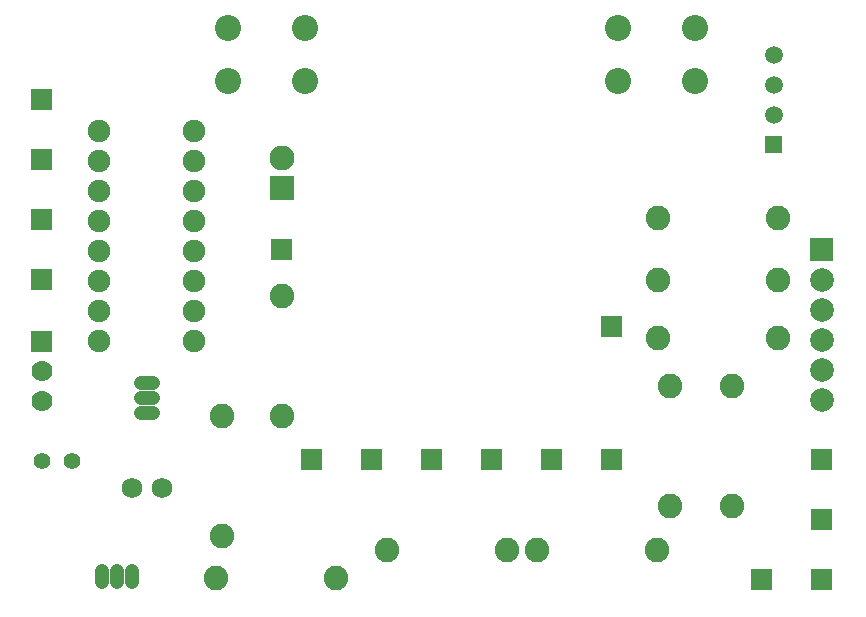
<source format=gbs>
G04 Layer: BottomSolderMaskLayer*
G04 EasyEDA v6.2.46, 2019-12-13T21:01:04+01:00*
G04 3005faa94037452eb19f5b3c810bd7e0,39ff71f2194a49368f8d12cd3c9184f8,10*
G04 Gerber Generator version 0.2*
G04 Scale: 100 percent, Rotated: No, Reflected: No *
G04 Dimensions in inches *
G04 leading zeros omitted , absolute positions ,2 integer and 4 decimal *
%FSLAX24Y24*%
%MOIN*%
G90*
G70D02*

%ADD32C,0.047370*%
%ADD34C,0.070000*%
%ADD35C,0.068000*%
%ADD36C,0.082000*%
%ADD37C,0.086740*%
%ADD40R,0.082803X0.082803*%
%ADD41C,0.082803*%
%ADD43C,0.059000*%
%ADD44C,0.074929*%
%ADD45C,0.078866*%
%ADD47C,0.055000*%

%LPD*%
G54D32*
G01X3500Y1796D02*
G01X3500Y1403D01*
G01X4000Y1796D02*
G01X4000Y1403D01*
G01X4500Y1796D02*
G01X4500Y1403D01*
G01X4803Y7050D02*
G01X5196Y7050D01*
G01X4803Y7550D02*
G01X5196Y7550D01*
G01X4803Y8050D02*
G01X5196Y8050D01*
G36*
G01X10150Y5150D02*
G01X10150Y5850D01*
G01X10850Y5850D01*
G01X10850Y5150D01*
G01X10150Y5150D01*
G37*
G36*
G01X12150Y5150D02*
G01X12150Y5850D01*
G01X12850Y5850D01*
G01X12850Y5150D01*
G01X12150Y5150D01*
G37*
G36*
G01X14150Y5150D02*
G01X14150Y5850D01*
G01X14850Y5850D01*
G01X14850Y5150D01*
G01X14150Y5150D01*
G37*
G36*
G01X16150Y5150D02*
G01X16150Y5850D01*
G01X16850Y5850D01*
G01X16850Y5150D01*
G01X16150Y5150D01*
G37*
G36*
G01X18150Y5150D02*
G01X18150Y5850D01*
G01X18850Y5850D01*
G01X18850Y5150D01*
G01X18150Y5150D01*
G37*
G36*
G01X1150Y17150D02*
G01X1150Y17850D01*
G01X1850Y17850D01*
G01X1850Y17150D01*
G01X1150Y17150D01*
G37*
G36*
G01X1150Y15150D02*
G01X1150Y15850D01*
G01X1850Y15850D01*
G01X1850Y15150D01*
G01X1150Y15150D01*
G37*
G36*
G01X1150Y13150D02*
G01X1150Y13850D01*
G01X1850Y13850D01*
G01X1850Y13150D01*
G01X1150Y13150D01*
G37*
G36*
G01X1150Y11150D02*
G01X1150Y11850D01*
G01X1850Y11850D01*
G01X1850Y11150D01*
G01X1150Y11150D01*
G37*
G36*
G01X9150Y12150D02*
G01X9150Y12850D01*
G01X9850Y12850D01*
G01X9850Y12150D01*
G01X9150Y12150D01*
G37*
G36*
G01X20150Y9600D02*
G01X20150Y10300D01*
G01X20850Y10300D01*
G01X20850Y9600D01*
G01X20150Y9600D01*
G37*
G36*
G01X20150Y5150D02*
G01X20150Y5850D01*
G01X20850Y5850D01*
G01X20850Y5150D01*
G01X20150Y5150D01*
G37*
G54D34*
G01X1500Y7450D03*
G01X1500Y8450D03*
G36*
G01X1150Y9100D02*
G01X1150Y9800D01*
G01X1850Y9800D01*
G01X1850Y9100D01*
G01X1150Y9100D01*
G37*
G54D35*
G01X5500Y4550D03*
G01X4500Y4550D03*
G54D36*
G01X22050Y9550D03*
G01X26050Y9550D03*
G01X7500Y2950D03*
G01X7500Y6950D03*
G01X11300Y1550D03*
G01X7300Y1550D03*
G01X22450Y7950D03*
G01X22450Y3950D03*
G01X24500Y3950D03*
G01X24500Y7950D03*
G01X9500Y6950D03*
G01X9500Y10950D03*
G01X13000Y2500D03*
G01X17000Y2500D03*
G01X22050Y11500D03*
G01X26050Y11500D03*
G36*
G01X27150Y5150D02*
G01X27150Y5850D01*
G01X27850Y5850D01*
G01X27850Y5150D01*
G01X27150Y5150D01*
G37*
G36*
G01X27150Y3150D02*
G01X27150Y3850D01*
G01X27850Y3850D01*
G01X27850Y3150D01*
G01X27150Y3150D01*
G37*
G36*
G01X27150Y1150D02*
G01X27150Y1850D01*
G01X27850Y1850D01*
G01X27850Y1150D01*
G01X27150Y1150D01*
G37*
G54D37*
G01X20720Y18114D03*
G01X23279Y18114D03*
G01X23279Y19885D03*
G01X20720Y19885D03*
G01X10279Y19885D03*
G01X7720Y19885D03*
G01X7720Y18114D03*
G01X10279Y18114D03*
G54D40*
G01X9500Y14550D03*
G54D41*
G01X9500Y15550D03*
G36*
G01X25605Y15705D02*
G01X25605Y16294D01*
G01X26194Y16294D01*
G01X26194Y15705D01*
G01X25605Y15705D01*
G37*
G54D43*
G01X25900Y17000D03*
G01X25900Y18000D03*
G01X25900Y19000D03*
G54D44*
G01X3425Y16450D03*
G01X3425Y15450D03*
G01X3425Y10450D03*
G01X3425Y9450D03*
G01X3425Y14450D03*
G01X3425Y13450D03*
G01X3425Y11450D03*
G01X3425Y12450D03*
G01X6574Y9450D03*
G01X6574Y10450D03*
G01X6574Y11450D03*
G01X6574Y12450D03*
G01X6574Y13450D03*
G01X6574Y14450D03*
G01X6574Y15450D03*
G01X6574Y16450D03*
G54D45*
G01X27500Y7500D03*
G01X27500Y8500D03*
G01X27500Y9500D03*
G01X27500Y10500D03*
G01X27500Y11500D03*
G36*
G01X27106Y12105D02*
G01X27106Y12894D01*
G01X27893Y12894D01*
G01X27893Y12105D01*
G01X27106Y12105D01*
G37*
G54D47*
G01X2500Y5450D03*
G01X1500Y5450D03*
G36*
G01X25150Y1150D02*
G01X25150Y1850D01*
G01X25850Y1850D01*
G01X25850Y1150D01*
G01X25150Y1150D01*
G37*
G54D36*
G01X18000Y2500D03*
G01X22000Y2500D03*
G01X22050Y13550D03*
G01X26050Y13550D03*
M00*
M02*

</source>
